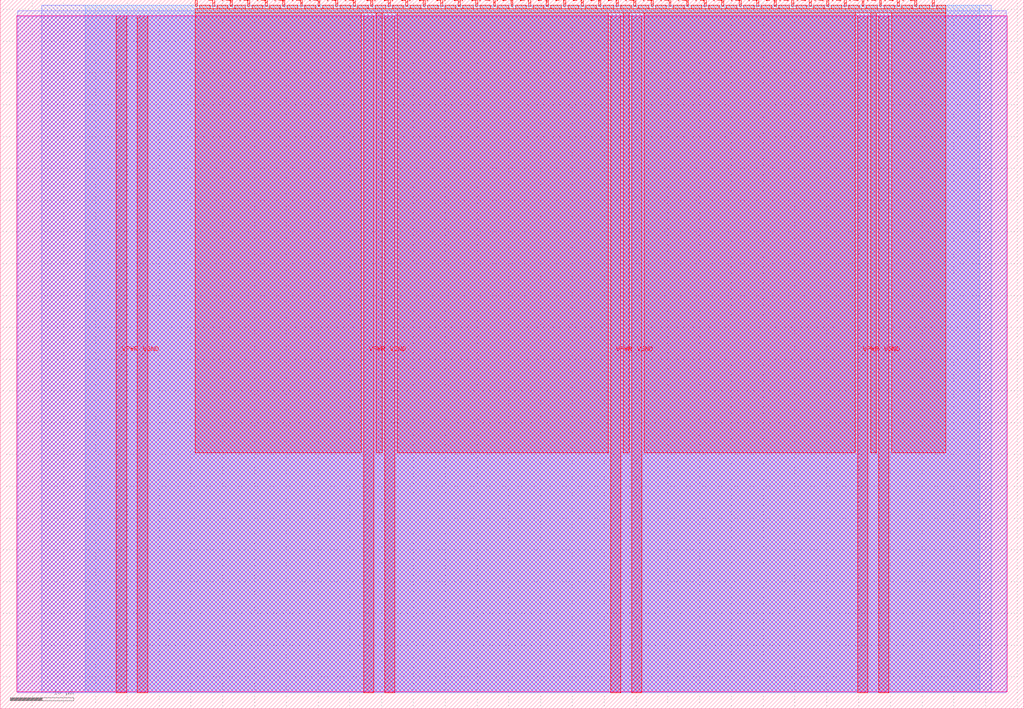
<source format=lef>
VERSION 5.7 ;
  NOWIREEXTENSIONATPIN ON ;
  DIVIDERCHAR "/" ;
  BUSBITCHARS "[]" ;
MACRO tt_um_hammal_fir_filter
  CLASS BLOCK ;
  FOREIGN tt_um_hammal_fir_filter ;
  ORIGIN 0.000 0.000 ;
  SIZE 161.000 BY 111.520 ;
  PIN VGND
    DIRECTION INOUT ;
    USE GROUND ;
    PORT
      LAYER met4 ;
        RECT 21.580 2.480 23.180 109.040 ;
    END
    PORT
      LAYER met4 ;
        RECT 60.450 2.480 62.050 109.040 ;
    END
    PORT
      LAYER met4 ;
        RECT 99.320 2.480 100.920 109.040 ;
    END
    PORT
      LAYER met4 ;
        RECT 138.190 2.480 139.790 109.040 ;
    END
  END VGND
  PIN VPWR
    DIRECTION INOUT ;
    USE POWER ;
    PORT
      LAYER met4 ;
        RECT 18.280 2.480 19.880 109.040 ;
    END
    PORT
      LAYER met4 ;
        RECT 57.150 2.480 58.750 109.040 ;
    END
    PORT
      LAYER met4 ;
        RECT 96.020 2.480 97.620 109.040 ;
    END
    PORT
      LAYER met4 ;
        RECT 134.890 2.480 136.490 109.040 ;
    END
  END VPWR
  PIN clk
    DIRECTION INPUT ;
    USE SIGNAL ;
    ANTENNAGATEAREA 0.852000 ;
    PORT
      LAYER met4 ;
        RECT 143.830 110.520 144.130 111.520 ;
    END
  END clk
  PIN ena
    DIRECTION INPUT ;
    USE SIGNAL ;
    PORT
      LAYER met4 ;
        RECT 146.590 110.520 146.890 111.520 ;
    END
  END ena
  PIN rst_n
    DIRECTION INPUT ;
    USE SIGNAL ;
    ANTENNAGATEAREA 0.213000 ;
    PORT
      LAYER met4 ;
        RECT 141.070 110.520 141.370 111.520 ;
    END
  END rst_n
  PIN ui_in[0]
    DIRECTION INPUT ;
    USE SIGNAL ;
    ANTENNAGATEAREA 0.196500 ;
    PORT
      LAYER met4 ;
        RECT 138.310 110.520 138.610 111.520 ;
    END
  END ui_in[0]
  PIN ui_in[1]
    DIRECTION INPUT ;
    USE SIGNAL ;
    ANTENNAGATEAREA 0.196500 ;
    PORT
      LAYER met4 ;
        RECT 135.550 110.520 135.850 111.520 ;
    END
  END ui_in[1]
  PIN ui_in[2]
    DIRECTION INPUT ;
    USE SIGNAL ;
    ANTENNAGATEAREA 0.196500 ;
    PORT
      LAYER met4 ;
        RECT 132.790 110.520 133.090 111.520 ;
    END
  END ui_in[2]
  PIN ui_in[3]
    DIRECTION INPUT ;
    USE SIGNAL ;
    ANTENNAGATEAREA 0.196500 ;
    PORT
      LAYER met4 ;
        RECT 130.030 110.520 130.330 111.520 ;
    END
  END ui_in[3]
  PIN ui_in[4]
    DIRECTION INPUT ;
    USE SIGNAL ;
    ANTENNAGATEAREA 0.196500 ;
    PORT
      LAYER met4 ;
        RECT 127.270 110.520 127.570 111.520 ;
    END
  END ui_in[4]
  PIN ui_in[5]
    DIRECTION INPUT ;
    USE SIGNAL ;
    ANTENNAGATEAREA 0.196500 ;
    PORT
      LAYER met4 ;
        RECT 124.510 110.520 124.810 111.520 ;
    END
  END ui_in[5]
  PIN ui_in[6]
    DIRECTION INPUT ;
    USE SIGNAL ;
    PORT
      LAYER met4 ;
        RECT 121.750 110.520 122.050 111.520 ;
    END
  END ui_in[6]
  PIN ui_in[7]
    DIRECTION INPUT ;
    USE SIGNAL ;
    PORT
      LAYER met4 ;
        RECT 118.990 110.520 119.290 111.520 ;
    END
  END ui_in[7]
  PIN uio_in[0]
    DIRECTION INPUT ;
    USE SIGNAL ;
    ANTENNAGATEAREA 0.196500 ;
    PORT
      LAYER met4 ;
        RECT 116.230 110.520 116.530 111.520 ;
    END
  END uio_in[0]
  PIN uio_in[1]
    DIRECTION INPUT ;
    USE SIGNAL ;
    PORT
      LAYER met4 ;
        RECT 113.470 110.520 113.770 111.520 ;
    END
  END uio_in[1]
  PIN uio_in[2]
    DIRECTION INPUT ;
    USE SIGNAL ;
    PORT
      LAYER met4 ;
        RECT 110.710 110.520 111.010 111.520 ;
    END
  END uio_in[2]
  PIN uio_in[3]
    DIRECTION INPUT ;
    USE SIGNAL ;
    PORT
      LAYER met4 ;
        RECT 107.950 110.520 108.250 111.520 ;
    END
  END uio_in[3]
  PIN uio_in[4]
    DIRECTION INPUT ;
    USE SIGNAL ;
    PORT
      LAYER met4 ;
        RECT 105.190 110.520 105.490 111.520 ;
    END
  END uio_in[4]
  PIN uio_in[5]
    DIRECTION INPUT ;
    USE SIGNAL ;
    PORT
      LAYER met4 ;
        RECT 102.430 110.520 102.730 111.520 ;
    END
  END uio_in[5]
  PIN uio_in[6]
    DIRECTION INPUT ;
    USE SIGNAL ;
    PORT
      LAYER met4 ;
        RECT 99.670 110.520 99.970 111.520 ;
    END
  END uio_in[6]
  PIN uio_in[7]
    DIRECTION INPUT ;
    USE SIGNAL ;
    PORT
      LAYER met4 ;
        RECT 96.910 110.520 97.210 111.520 ;
    END
  END uio_in[7]
  PIN uio_oe[0]
    DIRECTION OUTPUT ;
    USE SIGNAL ;
    PORT
      LAYER met4 ;
        RECT 49.990 110.520 50.290 111.520 ;
    END
  END uio_oe[0]
  PIN uio_oe[1]
    DIRECTION OUTPUT ;
    USE SIGNAL ;
    PORT
      LAYER met4 ;
        RECT 47.230 110.520 47.530 111.520 ;
    END
  END uio_oe[1]
  PIN uio_oe[2]
    DIRECTION OUTPUT ;
    USE SIGNAL ;
    PORT
      LAYER met4 ;
        RECT 44.470 110.520 44.770 111.520 ;
    END
  END uio_oe[2]
  PIN uio_oe[3]
    DIRECTION OUTPUT ;
    USE SIGNAL ;
    PORT
      LAYER met4 ;
        RECT 41.710 110.520 42.010 111.520 ;
    END
  END uio_oe[3]
  PIN uio_oe[4]
    DIRECTION OUTPUT ;
    USE SIGNAL ;
    PORT
      LAYER met4 ;
        RECT 38.950 110.520 39.250 111.520 ;
    END
  END uio_oe[4]
  PIN uio_oe[5]
    DIRECTION OUTPUT ;
    USE SIGNAL ;
    PORT
      LAYER met4 ;
        RECT 36.190 110.520 36.490 111.520 ;
    END
  END uio_oe[5]
  PIN uio_oe[6]
    DIRECTION OUTPUT ;
    USE SIGNAL ;
    PORT
      LAYER met4 ;
        RECT 33.430 110.520 33.730 111.520 ;
    END
  END uio_oe[6]
  PIN uio_oe[7]
    DIRECTION OUTPUT ;
    USE SIGNAL ;
    PORT
      LAYER met4 ;
        RECT 30.670 110.520 30.970 111.520 ;
    END
  END uio_oe[7]
  PIN uio_out[0]
    DIRECTION OUTPUT ;
    USE SIGNAL ;
    PORT
      LAYER met4 ;
        RECT 72.070 110.520 72.370 111.520 ;
    END
  END uio_out[0]
  PIN uio_out[1]
    DIRECTION OUTPUT ;
    USE SIGNAL ;
    PORT
      LAYER met4 ;
        RECT 69.310 110.520 69.610 111.520 ;
    END
  END uio_out[1]
  PIN uio_out[2]
    DIRECTION OUTPUT ;
    USE SIGNAL ;
    PORT
      LAYER met4 ;
        RECT 66.550 110.520 66.850 111.520 ;
    END
  END uio_out[2]
  PIN uio_out[3]
    DIRECTION OUTPUT ;
    USE SIGNAL ;
    PORT
      LAYER met4 ;
        RECT 63.790 110.520 64.090 111.520 ;
    END
  END uio_out[3]
  PIN uio_out[4]
    DIRECTION OUTPUT ;
    USE SIGNAL ;
    PORT
      LAYER met4 ;
        RECT 61.030 110.520 61.330 111.520 ;
    END
  END uio_out[4]
  PIN uio_out[5]
    DIRECTION OUTPUT ;
    USE SIGNAL ;
    PORT
      LAYER met4 ;
        RECT 58.270 110.520 58.570 111.520 ;
    END
  END uio_out[5]
  PIN uio_out[6]
    DIRECTION OUTPUT ;
    USE SIGNAL ;
    PORT
      LAYER met4 ;
        RECT 55.510 110.520 55.810 111.520 ;
    END
  END uio_out[6]
  PIN uio_out[7]
    DIRECTION OUTPUT ;
    USE SIGNAL ;
    PORT
      LAYER met4 ;
        RECT 52.750 110.520 53.050 111.520 ;
    END
  END uio_out[7]
  PIN uo_out[0]
    DIRECTION OUTPUT ;
    USE SIGNAL ;
    ANTENNAGATEAREA 0.126000 ;
    ANTENNADIFFAREA 0.891000 ;
    PORT
      LAYER met4 ;
        RECT 94.150 110.520 94.450 111.520 ;
    END
  END uo_out[0]
  PIN uo_out[1]
    DIRECTION OUTPUT ;
    USE SIGNAL ;
    ANTENNAGATEAREA 0.247500 ;
    ANTENNADIFFAREA 0.891000 ;
    PORT
      LAYER met4 ;
        RECT 91.390 110.520 91.690 111.520 ;
    END
  END uo_out[1]
  PIN uo_out[2]
    DIRECTION OUTPUT ;
    USE SIGNAL ;
    ANTENNAGATEAREA 0.126000 ;
    ANTENNADIFFAREA 0.891000 ;
    PORT
      LAYER met4 ;
        RECT 88.630 110.520 88.930 111.520 ;
    END
  END uo_out[2]
  PIN uo_out[3]
    DIRECTION OUTPUT ;
    USE SIGNAL ;
    ANTENNAGATEAREA 0.126000 ;
    ANTENNADIFFAREA 0.891000 ;
    PORT
      LAYER met4 ;
        RECT 85.870 110.520 86.170 111.520 ;
    END
  END uo_out[3]
  PIN uo_out[4]
    DIRECTION OUTPUT ;
    USE SIGNAL ;
    ANTENNAGATEAREA 0.126000 ;
    ANTENNADIFFAREA 0.891000 ;
    PORT
      LAYER met4 ;
        RECT 83.110 110.520 83.410 111.520 ;
    END
  END uo_out[4]
  PIN uo_out[5]
    DIRECTION OUTPUT ;
    USE SIGNAL ;
    ANTENNAGATEAREA 0.126000 ;
    ANTENNADIFFAREA 0.891000 ;
    PORT
      LAYER met4 ;
        RECT 80.350 110.520 80.650 111.520 ;
    END
  END uo_out[5]
  PIN uo_out[6]
    DIRECTION OUTPUT ;
    USE SIGNAL ;
    PORT
      LAYER met4 ;
        RECT 77.590 110.520 77.890 111.520 ;
    END
  END uo_out[6]
  PIN uo_out[7]
    DIRECTION OUTPUT ;
    USE SIGNAL ;
    PORT
      LAYER met4 ;
        RECT 74.830 110.520 75.130 111.520 ;
    END
  END uo_out[7]
  OBS
      LAYER nwell ;
        RECT 2.570 2.635 158.430 108.990 ;
      LAYER li1 ;
        RECT 2.760 2.635 158.240 108.885 ;
      LAYER met1 ;
        RECT 2.760 2.480 158.240 109.780 ;
      LAYER met2 ;
        RECT 6.540 2.535 155.840 110.685 ;
      LAYER met3 ;
        RECT 13.405 2.555 154.035 110.665 ;
      LAYER met4 ;
        RECT 31.370 110.120 33.030 110.665 ;
        RECT 34.130 110.120 35.790 110.665 ;
        RECT 36.890 110.120 38.550 110.665 ;
        RECT 39.650 110.120 41.310 110.665 ;
        RECT 42.410 110.120 44.070 110.665 ;
        RECT 45.170 110.120 46.830 110.665 ;
        RECT 47.930 110.120 49.590 110.665 ;
        RECT 50.690 110.120 52.350 110.665 ;
        RECT 53.450 110.120 55.110 110.665 ;
        RECT 56.210 110.120 57.870 110.665 ;
        RECT 58.970 110.120 60.630 110.665 ;
        RECT 61.730 110.120 63.390 110.665 ;
        RECT 64.490 110.120 66.150 110.665 ;
        RECT 67.250 110.120 68.910 110.665 ;
        RECT 70.010 110.120 71.670 110.665 ;
        RECT 72.770 110.120 74.430 110.665 ;
        RECT 75.530 110.120 77.190 110.665 ;
        RECT 78.290 110.120 79.950 110.665 ;
        RECT 81.050 110.120 82.710 110.665 ;
        RECT 83.810 110.120 85.470 110.665 ;
        RECT 86.570 110.120 88.230 110.665 ;
        RECT 89.330 110.120 90.990 110.665 ;
        RECT 92.090 110.120 93.750 110.665 ;
        RECT 94.850 110.120 96.510 110.665 ;
        RECT 97.610 110.120 99.270 110.665 ;
        RECT 100.370 110.120 102.030 110.665 ;
        RECT 103.130 110.120 104.790 110.665 ;
        RECT 105.890 110.120 107.550 110.665 ;
        RECT 108.650 110.120 110.310 110.665 ;
        RECT 111.410 110.120 113.070 110.665 ;
        RECT 114.170 110.120 115.830 110.665 ;
        RECT 116.930 110.120 118.590 110.665 ;
        RECT 119.690 110.120 121.350 110.665 ;
        RECT 122.450 110.120 124.110 110.665 ;
        RECT 125.210 110.120 126.870 110.665 ;
        RECT 127.970 110.120 129.630 110.665 ;
        RECT 130.730 110.120 132.390 110.665 ;
        RECT 133.490 110.120 135.150 110.665 ;
        RECT 136.250 110.120 137.910 110.665 ;
        RECT 139.010 110.120 140.670 110.665 ;
        RECT 141.770 110.120 143.430 110.665 ;
        RECT 144.530 110.120 146.190 110.665 ;
        RECT 147.290 110.120 148.745 110.665 ;
        RECT 30.655 109.440 148.745 110.120 ;
        RECT 30.655 40.295 56.750 109.440 ;
        RECT 59.150 40.295 60.050 109.440 ;
        RECT 62.450 40.295 95.620 109.440 ;
        RECT 98.020 40.295 98.920 109.440 ;
        RECT 101.320 40.295 134.490 109.440 ;
        RECT 136.890 40.295 137.790 109.440 ;
        RECT 140.190 40.295 148.745 109.440 ;
  END
END tt_um_hammal_fir_filter
END LIBRARY


</source>
